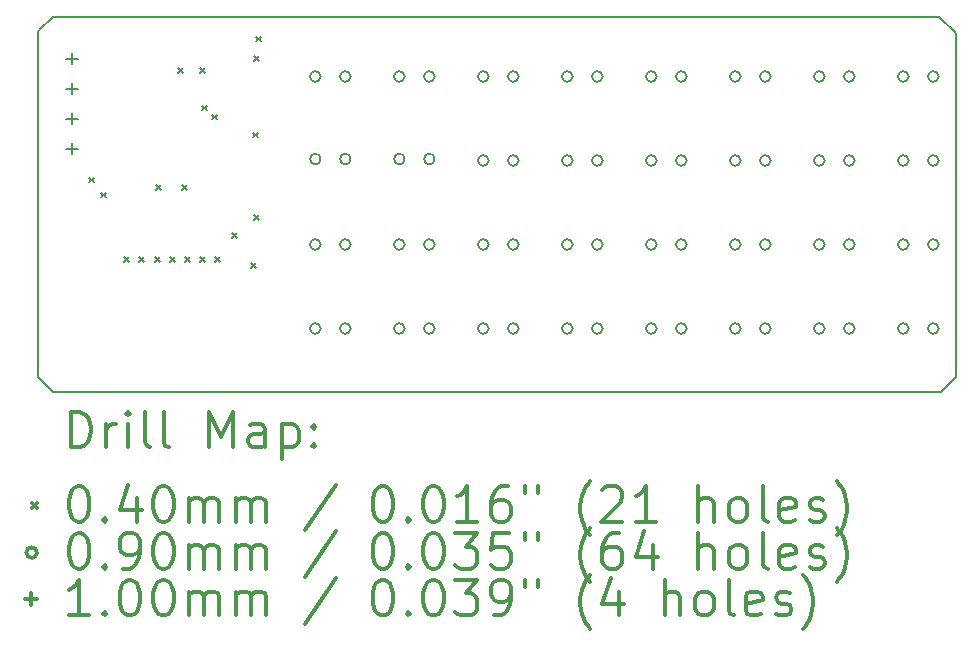
<source format=gbr>
%FSLAX45Y45*%
G04 Gerber Fmt 4.5, Leading zero omitted, Abs format (unit mm)*
G04 Created by KiCad (PCBNEW 5.0.2+dfsg1-1) date Sun 13 Jan 2019 01:36:37 GMT*
%MOMM*%
%LPD*%
G01*
G04 APERTURE LIST*
%ADD10C,0.150000*%
%ADD11C,0.200000*%
%ADD12C,0.300000*%
G04 APERTURE END LIST*
D10*
X11633200Y-8369300D02*
X11620500Y-8382000D01*
X11620500Y-11303000D02*
X11620500Y-8382000D01*
X11747500Y-11430000D02*
X11620500Y-11303000D01*
X19265900Y-11430000D02*
X11747500Y-11430000D01*
X19392900Y-11303000D02*
X19265900Y-11430000D01*
X19392900Y-8394700D02*
X19392900Y-11303000D01*
X19253200Y-8255000D02*
X19392900Y-8394700D01*
X11747500Y-8255000D02*
X19253200Y-8255000D01*
X11633200Y-8369300D02*
X11747500Y-8255000D01*
D11*
X12057700Y-9619300D02*
X12097700Y-9659300D01*
X12097700Y-9619300D02*
X12057700Y-9659300D01*
X12159300Y-9746300D02*
X12199300Y-9786300D01*
X12199300Y-9746300D02*
X12159300Y-9786300D01*
X12349800Y-10292400D02*
X12389800Y-10332400D01*
X12389800Y-10292400D02*
X12349800Y-10332400D01*
X12476800Y-10292400D02*
X12516800Y-10332400D01*
X12516800Y-10292400D02*
X12476800Y-10332400D01*
X12616500Y-10292400D02*
X12656500Y-10332400D01*
X12656500Y-10292400D02*
X12616500Y-10332400D01*
X12620200Y-9682800D02*
X12660200Y-9722800D01*
X12660200Y-9682800D02*
X12620200Y-9722800D01*
X12743500Y-10292400D02*
X12783500Y-10332400D01*
X12783500Y-10292400D02*
X12743500Y-10332400D01*
X12807000Y-8692200D02*
X12847000Y-8732200D01*
X12847000Y-8692200D02*
X12807000Y-8732200D01*
X12845241Y-9682800D02*
X12885241Y-9722800D01*
X12885241Y-9682800D02*
X12845241Y-9722800D01*
X12870500Y-10292400D02*
X12910500Y-10332400D01*
X12910500Y-10292400D02*
X12870500Y-10332400D01*
X12997500Y-8692200D02*
X13037500Y-8732200D01*
X13037500Y-8692200D02*
X12997500Y-8732200D01*
X12997500Y-10292400D02*
X13037500Y-10332400D01*
X13037500Y-10292400D02*
X12997500Y-10332400D01*
X13010200Y-9009700D02*
X13050200Y-9049700D01*
X13050200Y-9009700D02*
X13010200Y-9049700D01*
X13099100Y-9085900D02*
X13139100Y-9125900D01*
X13139100Y-9085900D02*
X13099100Y-9125900D01*
X13124500Y-10292400D02*
X13164500Y-10332400D01*
X13164500Y-10292400D02*
X13124500Y-10332400D01*
X13264200Y-10089200D02*
X13304200Y-10129200D01*
X13304200Y-10089200D02*
X13264200Y-10129200D01*
X13429300Y-10343200D02*
X13469300Y-10383200D01*
X13469300Y-10343200D02*
X13429300Y-10383200D01*
X13442000Y-9238300D02*
X13482000Y-9278300D01*
X13482000Y-9238300D02*
X13442000Y-9278300D01*
X13454700Y-8590600D02*
X13494700Y-8630600D01*
X13494700Y-8590600D02*
X13454700Y-8630600D01*
X13454700Y-9936800D02*
X13494700Y-9976800D01*
X13494700Y-9936800D02*
X13454700Y-9976800D01*
X13467400Y-8425500D02*
X13507400Y-8465500D01*
X13507400Y-8425500D02*
X13467400Y-8465500D01*
X17571000Y-9474200D02*
G75*
G03X17571000Y-9474200I-45000J0D01*
G01*
X17825000Y-9474200D02*
G75*
G03X17825000Y-9474200I-45000J0D01*
G01*
X15437400Y-10896600D02*
G75*
G03X15437400Y-10896600I-45000J0D01*
G01*
X15691400Y-10896600D02*
G75*
G03X15691400Y-10896600I-45000J0D01*
G01*
X18993400Y-10896600D02*
G75*
G03X18993400Y-10896600I-45000J0D01*
G01*
X19247400Y-10896600D02*
G75*
G03X19247400Y-10896600I-45000J0D01*
G01*
X16859800Y-8763000D02*
G75*
G03X16859800Y-8763000I-45000J0D01*
G01*
X17113800Y-8763000D02*
G75*
G03X17113800Y-8763000I-45000J0D01*
G01*
X18282200Y-8763000D02*
G75*
G03X18282200Y-8763000I-45000J0D01*
G01*
X18536200Y-8763000D02*
G75*
G03X18536200Y-8763000I-45000J0D01*
G01*
X16148600Y-9474200D02*
G75*
G03X16148600Y-9474200I-45000J0D01*
G01*
X16402600Y-9474200D02*
G75*
G03X16402600Y-9474200I-45000J0D01*
G01*
X18282200Y-10185400D02*
G75*
G03X18282200Y-10185400I-45000J0D01*
G01*
X18536200Y-10185400D02*
G75*
G03X18536200Y-10185400I-45000J0D01*
G01*
X16859800Y-10896600D02*
G75*
G03X16859800Y-10896600I-45000J0D01*
G01*
X17113800Y-10896600D02*
G75*
G03X17113800Y-10896600I-45000J0D01*
G01*
X14726200Y-10185400D02*
G75*
G03X14726200Y-10185400I-45000J0D01*
G01*
X14980200Y-10185400D02*
G75*
G03X14980200Y-10185400I-45000J0D01*
G01*
X18282200Y-10896600D02*
G75*
G03X18282200Y-10896600I-45000J0D01*
G01*
X18536200Y-10896600D02*
G75*
G03X18536200Y-10896600I-45000J0D01*
G01*
X14726200Y-9461500D02*
G75*
G03X14726200Y-9461500I-45000J0D01*
G01*
X14980200Y-9461500D02*
G75*
G03X14980200Y-9461500I-45000J0D01*
G01*
X18993400Y-9474200D02*
G75*
G03X18993400Y-9474200I-45000J0D01*
G01*
X19247400Y-9474200D02*
G75*
G03X19247400Y-9474200I-45000J0D01*
G01*
X17571000Y-10185400D02*
G75*
G03X17571000Y-10185400I-45000J0D01*
G01*
X17825000Y-10185400D02*
G75*
G03X17825000Y-10185400I-45000J0D01*
G01*
X18993400Y-8763000D02*
G75*
G03X18993400Y-8763000I-45000J0D01*
G01*
X19247400Y-8763000D02*
G75*
G03X19247400Y-8763000I-45000J0D01*
G01*
X18282200Y-9474200D02*
G75*
G03X18282200Y-9474200I-45000J0D01*
G01*
X18536200Y-9474200D02*
G75*
G03X18536200Y-9474200I-45000J0D01*
G01*
X16148600Y-10896600D02*
G75*
G03X16148600Y-10896600I-45000J0D01*
G01*
X16402600Y-10896600D02*
G75*
G03X16402600Y-10896600I-45000J0D01*
G01*
X15437400Y-10185400D02*
G75*
G03X15437400Y-10185400I-45000J0D01*
G01*
X15691400Y-10185400D02*
G75*
G03X15691400Y-10185400I-45000J0D01*
G01*
X16859800Y-10185400D02*
G75*
G03X16859800Y-10185400I-45000J0D01*
G01*
X17113800Y-10185400D02*
G75*
G03X17113800Y-10185400I-45000J0D01*
G01*
X14726200Y-10896600D02*
G75*
G03X14726200Y-10896600I-45000J0D01*
G01*
X14980200Y-10896600D02*
G75*
G03X14980200Y-10896600I-45000J0D01*
G01*
X15437400Y-8763000D02*
G75*
G03X15437400Y-8763000I-45000J0D01*
G01*
X15691400Y-8763000D02*
G75*
G03X15691400Y-8763000I-45000J0D01*
G01*
X16859800Y-9474200D02*
G75*
G03X16859800Y-9474200I-45000J0D01*
G01*
X17113800Y-9474200D02*
G75*
G03X17113800Y-9474200I-45000J0D01*
G01*
X14726200Y-8763000D02*
G75*
G03X14726200Y-8763000I-45000J0D01*
G01*
X14980200Y-8763000D02*
G75*
G03X14980200Y-8763000I-45000J0D01*
G01*
X14015000Y-10896600D02*
G75*
G03X14015000Y-10896600I-45000J0D01*
G01*
X14269000Y-10896600D02*
G75*
G03X14269000Y-10896600I-45000J0D01*
G01*
X17571000Y-10896600D02*
G75*
G03X17571000Y-10896600I-45000J0D01*
G01*
X17825000Y-10896600D02*
G75*
G03X17825000Y-10896600I-45000J0D01*
G01*
X18993400Y-10185400D02*
G75*
G03X18993400Y-10185400I-45000J0D01*
G01*
X19247400Y-10185400D02*
G75*
G03X19247400Y-10185400I-45000J0D01*
G01*
X14015000Y-8763000D02*
G75*
G03X14015000Y-8763000I-45000J0D01*
G01*
X14269000Y-8763000D02*
G75*
G03X14269000Y-8763000I-45000J0D01*
G01*
X15437400Y-9474200D02*
G75*
G03X15437400Y-9474200I-45000J0D01*
G01*
X15691400Y-9474200D02*
G75*
G03X15691400Y-9474200I-45000J0D01*
G01*
X16148600Y-8763000D02*
G75*
G03X16148600Y-8763000I-45000J0D01*
G01*
X16402600Y-8763000D02*
G75*
G03X16402600Y-8763000I-45000J0D01*
G01*
X16148600Y-10185400D02*
G75*
G03X16148600Y-10185400I-45000J0D01*
G01*
X16402600Y-10185400D02*
G75*
G03X16402600Y-10185400I-45000J0D01*
G01*
X14015000Y-10185400D02*
G75*
G03X14015000Y-10185400I-45000J0D01*
G01*
X14269000Y-10185400D02*
G75*
G03X14269000Y-10185400I-45000J0D01*
G01*
X17571000Y-8763000D02*
G75*
G03X17571000Y-8763000I-45000J0D01*
G01*
X17825000Y-8763000D02*
G75*
G03X17825000Y-8763000I-45000J0D01*
G01*
X14015000Y-9461500D02*
G75*
G03X14015000Y-9461500I-45000J0D01*
G01*
X14269000Y-9461500D02*
G75*
G03X14269000Y-9461500I-45000J0D01*
G01*
X11912600Y-8560600D02*
X11912600Y-8660600D01*
X11862600Y-8610600D02*
X11962600Y-8610600D01*
X11912600Y-8814600D02*
X11912600Y-8914600D01*
X11862600Y-8864600D02*
X11962600Y-8864600D01*
X11912600Y-9068600D02*
X11912600Y-9168600D01*
X11862600Y-9118600D02*
X11962600Y-9118600D01*
X11912600Y-9322600D02*
X11912600Y-9422600D01*
X11862600Y-9372600D02*
X11962600Y-9372600D01*
D12*
X11899428Y-11903214D02*
X11899428Y-11603214D01*
X11970857Y-11603214D01*
X12013714Y-11617500D01*
X12042286Y-11646071D01*
X12056571Y-11674643D01*
X12070857Y-11731786D01*
X12070857Y-11774643D01*
X12056571Y-11831786D01*
X12042286Y-11860357D01*
X12013714Y-11888929D01*
X11970857Y-11903214D01*
X11899428Y-11903214D01*
X12199428Y-11903214D02*
X12199428Y-11703214D01*
X12199428Y-11760357D02*
X12213714Y-11731786D01*
X12228000Y-11717500D01*
X12256571Y-11703214D01*
X12285143Y-11703214D01*
X12385143Y-11903214D02*
X12385143Y-11703214D01*
X12385143Y-11603214D02*
X12370857Y-11617500D01*
X12385143Y-11631786D01*
X12399428Y-11617500D01*
X12385143Y-11603214D01*
X12385143Y-11631786D01*
X12570857Y-11903214D02*
X12542286Y-11888929D01*
X12528000Y-11860357D01*
X12528000Y-11603214D01*
X12728000Y-11903214D02*
X12699428Y-11888929D01*
X12685143Y-11860357D01*
X12685143Y-11603214D01*
X13070857Y-11903214D02*
X13070857Y-11603214D01*
X13170857Y-11817500D01*
X13270857Y-11603214D01*
X13270857Y-11903214D01*
X13542286Y-11903214D02*
X13542286Y-11746071D01*
X13528000Y-11717500D01*
X13499428Y-11703214D01*
X13442286Y-11703214D01*
X13413714Y-11717500D01*
X13542286Y-11888929D02*
X13513714Y-11903214D01*
X13442286Y-11903214D01*
X13413714Y-11888929D01*
X13399428Y-11860357D01*
X13399428Y-11831786D01*
X13413714Y-11803214D01*
X13442286Y-11788929D01*
X13513714Y-11788929D01*
X13542286Y-11774643D01*
X13685143Y-11703214D02*
X13685143Y-12003214D01*
X13685143Y-11717500D02*
X13713714Y-11703214D01*
X13770857Y-11703214D01*
X13799428Y-11717500D01*
X13813714Y-11731786D01*
X13828000Y-11760357D01*
X13828000Y-11846071D01*
X13813714Y-11874643D01*
X13799428Y-11888929D01*
X13770857Y-11903214D01*
X13713714Y-11903214D01*
X13685143Y-11888929D01*
X13956571Y-11874643D02*
X13970857Y-11888929D01*
X13956571Y-11903214D01*
X13942286Y-11888929D01*
X13956571Y-11874643D01*
X13956571Y-11903214D01*
X13956571Y-11717500D02*
X13970857Y-11731786D01*
X13956571Y-11746071D01*
X13942286Y-11731786D01*
X13956571Y-11717500D01*
X13956571Y-11746071D01*
X11573000Y-12377500D02*
X11613000Y-12417500D01*
X11613000Y-12377500D02*
X11573000Y-12417500D01*
X11956571Y-12233214D02*
X11985143Y-12233214D01*
X12013714Y-12247500D01*
X12028000Y-12261786D01*
X12042286Y-12290357D01*
X12056571Y-12347500D01*
X12056571Y-12418929D01*
X12042286Y-12476071D01*
X12028000Y-12504643D01*
X12013714Y-12518929D01*
X11985143Y-12533214D01*
X11956571Y-12533214D01*
X11928000Y-12518929D01*
X11913714Y-12504643D01*
X11899428Y-12476071D01*
X11885143Y-12418929D01*
X11885143Y-12347500D01*
X11899428Y-12290357D01*
X11913714Y-12261786D01*
X11928000Y-12247500D01*
X11956571Y-12233214D01*
X12185143Y-12504643D02*
X12199428Y-12518929D01*
X12185143Y-12533214D01*
X12170857Y-12518929D01*
X12185143Y-12504643D01*
X12185143Y-12533214D01*
X12456571Y-12333214D02*
X12456571Y-12533214D01*
X12385143Y-12218929D02*
X12313714Y-12433214D01*
X12499428Y-12433214D01*
X12670857Y-12233214D02*
X12699428Y-12233214D01*
X12728000Y-12247500D01*
X12742286Y-12261786D01*
X12756571Y-12290357D01*
X12770857Y-12347500D01*
X12770857Y-12418929D01*
X12756571Y-12476071D01*
X12742286Y-12504643D01*
X12728000Y-12518929D01*
X12699428Y-12533214D01*
X12670857Y-12533214D01*
X12642286Y-12518929D01*
X12628000Y-12504643D01*
X12613714Y-12476071D01*
X12599428Y-12418929D01*
X12599428Y-12347500D01*
X12613714Y-12290357D01*
X12628000Y-12261786D01*
X12642286Y-12247500D01*
X12670857Y-12233214D01*
X12899428Y-12533214D02*
X12899428Y-12333214D01*
X12899428Y-12361786D02*
X12913714Y-12347500D01*
X12942286Y-12333214D01*
X12985143Y-12333214D01*
X13013714Y-12347500D01*
X13028000Y-12376071D01*
X13028000Y-12533214D01*
X13028000Y-12376071D02*
X13042286Y-12347500D01*
X13070857Y-12333214D01*
X13113714Y-12333214D01*
X13142286Y-12347500D01*
X13156571Y-12376071D01*
X13156571Y-12533214D01*
X13299428Y-12533214D02*
X13299428Y-12333214D01*
X13299428Y-12361786D02*
X13313714Y-12347500D01*
X13342286Y-12333214D01*
X13385143Y-12333214D01*
X13413714Y-12347500D01*
X13428000Y-12376071D01*
X13428000Y-12533214D01*
X13428000Y-12376071D02*
X13442286Y-12347500D01*
X13470857Y-12333214D01*
X13513714Y-12333214D01*
X13542286Y-12347500D01*
X13556571Y-12376071D01*
X13556571Y-12533214D01*
X14142286Y-12218929D02*
X13885143Y-12604643D01*
X14528000Y-12233214D02*
X14556571Y-12233214D01*
X14585143Y-12247500D01*
X14599428Y-12261786D01*
X14613714Y-12290357D01*
X14628000Y-12347500D01*
X14628000Y-12418929D01*
X14613714Y-12476071D01*
X14599428Y-12504643D01*
X14585143Y-12518929D01*
X14556571Y-12533214D01*
X14528000Y-12533214D01*
X14499428Y-12518929D01*
X14485143Y-12504643D01*
X14470857Y-12476071D01*
X14456571Y-12418929D01*
X14456571Y-12347500D01*
X14470857Y-12290357D01*
X14485143Y-12261786D01*
X14499428Y-12247500D01*
X14528000Y-12233214D01*
X14756571Y-12504643D02*
X14770857Y-12518929D01*
X14756571Y-12533214D01*
X14742286Y-12518929D01*
X14756571Y-12504643D01*
X14756571Y-12533214D01*
X14956571Y-12233214D02*
X14985143Y-12233214D01*
X15013714Y-12247500D01*
X15028000Y-12261786D01*
X15042286Y-12290357D01*
X15056571Y-12347500D01*
X15056571Y-12418929D01*
X15042286Y-12476071D01*
X15028000Y-12504643D01*
X15013714Y-12518929D01*
X14985143Y-12533214D01*
X14956571Y-12533214D01*
X14928000Y-12518929D01*
X14913714Y-12504643D01*
X14899428Y-12476071D01*
X14885143Y-12418929D01*
X14885143Y-12347500D01*
X14899428Y-12290357D01*
X14913714Y-12261786D01*
X14928000Y-12247500D01*
X14956571Y-12233214D01*
X15342286Y-12533214D02*
X15170857Y-12533214D01*
X15256571Y-12533214D02*
X15256571Y-12233214D01*
X15228000Y-12276071D01*
X15199428Y-12304643D01*
X15170857Y-12318929D01*
X15599428Y-12233214D02*
X15542286Y-12233214D01*
X15513714Y-12247500D01*
X15499428Y-12261786D01*
X15470857Y-12304643D01*
X15456571Y-12361786D01*
X15456571Y-12476071D01*
X15470857Y-12504643D01*
X15485143Y-12518929D01*
X15513714Y-12533214D01*
X15570857Y-12533214D01*
X15599428Y-12518929D01*
X15613714Y-12504643D01*
X15628000Y-12476071D01*
X15628000Y-12404643D01*
X15613714Y-12376071D01*
X15599428Y-12361786D01*
X15570857Y-12347500D01*
X15513714Y-12347500D01*
X15485143Y-12361786D01*
X15470857Y-12376071D01*
X15456571Y-12404643D01*
X15742286Y-12233214D02*
X15742286Y-12290357D01*
X15856571Y-12233214D02*
X15856571Y-12290357D01*
X16299428Y-12647500D02*
X16285143Y-12633214D01*
X16256571Y-12590357D01*
X16242286Y-12561786D01*
X16228000Y-12518929D01*
X16213714Y-12447500D01*
X16213714Y-12390357D01*
X16228000Y-12318929D01*
X16242286Y-12276071D01*
X16256571Y-12247500D01*
X16285143Y-12204643D01*
X16299428Y-12190357D01*
X16399428Y-12261786D02*
X16413714Y-12247500D01*
X16442286Y-12233214D01*
X16513714Y-12233214D01*
X16542286Y-12247500D01*
X16556571Y-12261786D01*
X16570857Y-12290357D01*
X16570857Y-12318929D01*
X16556571Y-12361786D01*
X16385143Y-12533214D01*
X16570857Y-12533214D01*
X16856571Y-12533214D02*
X16685143Y-12533214D01*
X16770857Y-12533214D02*
X16770857Y-12233214D01*
X16742286Y-12276071D01*
X16713714Y-12304643D01*
X16685143Y-12318929D01*
X17213714Y-12533214D02*
X17213714Y-12233214D01*
X17342286Y-12533214D02*
X17342286Y-12376071D01*
X17328000Y-12347500D01*
X17299428Y-12333214D01*
X17256571Y-12333214D01*
X17228000Y-12347500D01*
X17213714Y-12361786D01*
X17528000Y-12533214D02*
X17499428Y-12518929D01*
X17485143Y-12504643D01*
X17470857Y-12476071D01*
X17470857Y-12390357D01*
X17485143Y-12361786D01*
X17499428Y-12347500D01*
X17528000Y-12333214D01*
X17570857Y-12333214D01*
X17599428Y-12347500D01*
X17613714Y-12361786D01*
X17628000Y-12390357D01*
X17628000Y-12476071D01*
X17613714Y-12504643D01*
X17599428Y-12518929D01*
X17570857Y-12533214D01*
X17528000Y-12533214D01*
X17799428Y-12533214D02*
X17770857Y-12518929D01*
X17756571Y-12490357D01*
X17756571Y-12233214D01*
X18028000Y-12518929D02*
X17999428Y-12533214D01*
X17942286Y-12533214D01*
X17913714Y-12518929D01*
X17899428Y-12490357D01*
X17899428Y-12376071D01*
X17913714Y-12347500D01*
X17942286Y-12333214D01*
X17999428Y-12333214D01*
X18028000Y-12347500D01*
X18042286Y-12376071D01*
X18042286Y-12404643D01*
X17899428Y-12433214D01*
X18156571Y-12518929D02*
X18185143Y-12533214D01*
X18242286Y-12533214D01*
X18270857Y-12518929D01*
X18285143Y-12490357D01*
X18285143Y-12476071D01*
X18270857Y-12447500D01*
X18242286Y-12433214D01*
X18199428Y-12433214D01*
X18170857Y-12418929D01*
X18156571Y-12390357D01*
X18156571Y-12376071D01*
X18170857Y-12347500D01*
X18199428Y-12333214D01*
X18242286Y-12333214D01*
X18270857Y-12347500D01*
X18385143Y-12647500D02*
X18399428Y-12633214D01*
X18428000Y-12590357D01*
X18442286Y-12561786D01*
X18456571Y-12518929D01*
X18470857Y-12447500D01*
X18470857Y-12390357D01*
X18456571Y-12318929D01*
X18442286Y-12276071D01*
X18428000Y-12247500D01*
X18399428Y-12204643D01*
X18385143Y-12190357D01*
X11613000Y-12793500D02*
G75*
G03X11613000Y-12793500I-45000J0D01*
G01*
X11956571Y-12629214D02*
X11985143Y-12629214D01*
X12013714Y-12643500D01*
X12028000Y-12657786D01*
X12042286Y-12686357D01*
X12056571Y-12743500D01*
X12056571Y-12814929D01*
X12042286Y-12872071D01*
X12028000Y-12900643D01*
X12013714Y-12914929D01*
X11985143Y-12929214D01*
X11956571Y-12929214D01*
X11928000Y-12914929D01*
X11913714Y-12900643D01*
X11899428Y-12872071D01*
X11885143Y-12814929D01*
X11885143Y-12743500D01*
X11899428Y-12686357D01*
X11913714Y-12657786D01*
X11928000Y-12643500D01*
X11956571Y-12629214D01*
X12185143Y-12900643D02*
X12199428Y-12914929D01*
X12185143Y-12929214D01*
X12170857Y-12914929D01*
X12185143Y-12900643D01*
X12185143Y-12929214D01*
X12342286Y-12929214D02*
X12399428Y-12929214D01*
X12428000Y-12914929D01*
X12442286Y-12900643D01*
X12470857Y-12857786D01*
X12485143Y-12800643D01*
X12485143Y-12686357D01*
X12470857Y-12657786D01*
X12456571Y-12643500D01*
X12428000Y-12629214D01*
X12370857Y-12629214D01*
X12342286Y-12643500D01*
X12328000Y-12657786D01*
X12313714Y-12686357D01*
X12313714Y-12757786D01*
X12328000Y-12786357D01*
X12342286Y-12800643D01*
X12370857Y-12814929D01*
X12428000Y-12814929D01*
X12456571Y-12800643D01*
X12470857Y-12786357D01*
X12485143Y-12757786D01*
X12670857Y-12629214D02*
X12699428Y-12629214D01*
X12728000Y-12643500D01*
X12742286Y-12657786D01*
X12756571Y-12686357D01*
X12770857Y-12743500D01*
X12770857Y-12814929D01*
X12756571Y-12872071D01*
X12742286Y-12900643D01*
X12728000Y-12914929D01*
X12699428Y-12929214D01*
X12670857Y-12929214D01*
X12642286Y-12914929D01*
X12628000Y-12900643D01*
X12613714Y-12872071D01*
X12599428Y-12814929D01*
X12599428Y-12743500D01*
X12613714Y-12686357D01*
X12628000Y-12657786D01*
X12642286Y-12643500D01*
X12670857Y-12629214D01*
X12899428Y-12929214D02*
X12899428Y-12729214D01*
X12899428Y-12757786D02*
X12913714Y-12743500D01*
X12942286Y-12729214D01*
X12985143Y-12729214D01*
X13013714Y-12743500D01*
X13028000Y-12772071D01*
X13028000Y-12929214D01*
X13028000Y-12772071D02*
X13042286Y-12743500D01*
X13070857Y-12729214D01*
X13113714Y-12729214D01*
X13142286Y-12743500D01*
X13156571Y-12772071D01*
X13156571Y-12929214D01*
X13299428Y-12929214D02*
X13299428Y-12729214D01*
X13299428Y-12757786D02*
X13313714Y-12743500D01*
X13342286Y-12729214D01*
X13385143Y-12729214D01*
X13413714Y-12743500D01*
X13428000Y-12772071D01*
X13428000Y-12929214D01*
X13428000Y-12772071D02*
X13442286Y-12743500D01*
X13470857Y-12729214D01*
X13513714Y-12729214D01*
X13542286Y-12743500D01*
X13556571Y-12772071D01*
X13556571Y-12929214D01*
X14142286Y-12614929D02*
X13885143Y-13000643D01*
X14528000Y-12629214D02*
X14556571Y-12629214D01*
X14585143Y-12643500D01*
X14599428Y-12657786D01*
X14613714Y-12686357D01*
X14628000Y-12743500D01*
X14628000Y-12814929D01*
X14613714Y-12872071D01*
X14599428Y-12900643D01*
X14585143Y-12914929D01*
X14556571Y-12929214D01*
X14528000Y-12929214D01*
X14499428Y-12914929D01*
X14485143Y-12900643D01*
X14470857Y-12872071D01*
X14456571Y-12814929D01*
X14456571Y-12743500D01*
X14470857Y-12686357D01*
X14485143Y-12657786D01*
X14499428Y-12643500D01*
X14528000Y-12629214D01*
X14756571Y-12900643D02*
X14770857Y-12914929D01*
X14756571Y-12929214D01*
X14742286Y-12914929D01*
X14756571Y-12900643D01*
X14756571Y-12929214D01*
X14956571Y-12629214D02*
X14985143Y-12629214D01*
X15013714Y-12643500D01*
X15028000Y-12657786D01*
X15042286Y-12686357D01*
X15056571Y-12743500D01*
X15056571Y-12814929D01*
X15042286Y-12872071D01*
X15028000Y-12900643D01*
X15013714Y-12914929D01*
X14985143Y-12929214D01*
X14956571Y-12929214D01*
X14928000Y-12914929D01*
X14913714Y-12900643D01*
X14899428Y-12872071D01*
X14885143Y-12814929D01*
X14885143Y-12743500D01*
X14899428Y-12686357D01*
X14913714Y-12657786D01*
X14928000Y-12643500D01*
X14956571Y-12629214D01*
X15156571Y-12629214D02*
X15342286Y-12629214D01*
X15242286Y-12743500D01*
X15285143Y-12743500D01*
X15313714Y-12757786D01*
X15328000Y-12772071D01*
X15342286Y-12800643D01*
X15342286Y-12872071D01*
X15328000Y-12900643D01*
X15313714Y-12914929D01*
X15285143Y-12929214D01*
X15199428Y-12929214D01*
X15170857Y-12914929D01*
X15156571Y-12900643D01*
X15613714Y-12629214D02*
X15470857Y-12629214D01*
X15456571Y-12772071D01*
X15470857Y-12757786D01*
X15499428Y-12743500D01*
X15570857Y-12743500D01*
X15599428Y-12757786D01*
X15613714Y-12772071D01*
X15628000Y-12800643D01*
X15628000Y-12872071D01*
X15613714Y-12900643D01*
X15599428Y-12914929D01*
X15570857Y-12929214D01*
X15499428Y-12929214D01*
X15470857Y-12914929D01*
X15456571Y-12900643D01*
X15742286Y-12629214D02*
X15742286Y-12686357D01*
X15856571Y-12629214D02*
X15856571Y-12686357D01*
X16299428Y-13043500D02*
X16285143Y-13029214D01*
X16256571Y-12986357D01*
X16242286Y-12957786D01*
X16228000Y-12914929D01*
X16213714Y-12843500D01*
X16213714Y-12786357D01*
X16228000Y-12714929D01*
X16242286Y-12672071D01*
X16256571Y-12643500D01*
X16285143Y-12600643D01*
X16299428Y-12586357D01*
X16542286Y-12629214D02*
X16485143Y-12629214D01*
X16456571Y-12643500D01*
X16442286Y-12657786D01*
X16413714Y-12700643D01*
X16399428Y-12757786D01*
X16399428Y-12872071D01*
X16413714Y-12900643D01*
X16428000Y-12914929D01*
X16456571Y-12929214D01*
X16513714Y-12929214D01*
X16542286Y-12914929D01*
X16556571Y-12900643D01*
X16570857Y-12872071D01*
X16570857Y-12800643D01*
X16556571Y-12772071D01*
X16542286Y-12757786D01*
X16513714Y-12743500D01*
X16456571Y-12743500D01*
X16428000Y-12757786D01*
X16413714Y-12772071D01*
X16399428Y-12800643D01*
X16828000Y-12729214D02*
X16828000Y-12929214D01*
X16756571Y-12614929D02*
X16685143Y-12829214D01*
X16870857Y-12829214D01*
X17213714Y-12929214D02*
X17213714Y-12629214D01*
X17342286Y-12929214D02*
X17342286Y-12772071D01*
X17328000Y-12743500D01*
X17299428Y-12729214D01*
X17256571Y-12729214D01*
X17228000Y-12743500D01*
X17213714Y-12757786D01*
X17528000Y-12929214D02*
X17499428Y-12914929D01*
X17485143Y-12900643D01*
X17470857Y-12872071D01*
X17470857Y-12786357D01*
X17485143Y-12757786D01*
X17499428Y-12743500D01*
X17528000Y-12729214D01*
X17570857Y-12729214D01*
X17599428Y-12743500D01*
X17613714Y-12757786D01*
X17628000Y-12786357D01*
X17628000Y-12872071D01*
X17613714Y-12900643D01*
X17599428Y-12914929D01*
X17570857Y-12929214D01*
X17528000Y-12929214D01*
X17799428Y-12929214D02*
X17770857Y-12914929D01*
X17756571Y-12886357D01*
X17756571Y-12629214D01*
X18028000Y-12914929D02*
X17999428Y-12929214D01*
X17942286Y-12929214D01*
X17913714Y-12914929D01*
X17899428Y-12886357D01*
X17899428Y-12772071D01*
X17913714Y-12743500D01*
X17942286Y-12729214D01*
X17999428Y-12729214D01*
X18028000Y-12743500D01*
X18042286Y-12772071D01*
X18042286Y-12800643D01*
X17899428Y-12829214D01*
X18156571Y-12914929D02*
X18185143Y-12929214D01*
X18242286Y-12929214D01*
X18270857Y-12914929D01*
X18285143Y-12886357D01*
X18285143Y-12872071D01*
X18270857Y-12843500D01*
X18242286Y-12829214D01*
X18199428Y-12829214D01*
X18170857Y-12814929D01*
X18156571Y-12786357D01*
X18156571Y-12772071D01*
X18170857Y-12743500D01*
X18199428Y-12729214D01*
X18242286Y-12729214D01*
X18270857Y-12743500D01*
X18385143Y-13043500D02*
X18399428Y-13029214D01*
X18428000Y-12986357D01*
X18442286Y-12957786D01*
X18456571Y-12914929D01*
X18470857Y-12843500D01*
X18470857Y-12786357D01*
X18456571Y-12714929D01*
X18442286Y-12672071D01*
X18428000Y-12643500D01*
X18399428Y-12600643D01*
X18385143Y-12586357D01*
X11563000Y-13139500D02*
X11563000Y-13239500D01*
X11513000Y-13189500D02*
X11613000Y-13189500D01*
X12056571Y-13325214D02*
X11885143Y-13325214D01*
X11970857Y-13325214D02*
X11970857Y-13025214D01*
X11942286Y-13068071D01*
X11913714Y-13096643D01*
X11885143Y-13110929D01*
X12185143Y-13296643D02*
X12199428Y-13310929D01*
X12185143Y-13325214D01*
X12170857Y-13310929D01*
X12185143Y-13296643D01*
X12185143Y-13325214D01*
X12385143Y-13025214D02*
X12413714Y-13025214D01*
X12442286Y-13039500D01*
X12456571Y-13053786D01*
X12470857Y-13082357D01*
X12485143Y-13139500D01*
X12485143Y-13210929D01*
X12470857Y-13268071D01*
X12456571Y-13296643D01*
X12442286Y-13310929D01*
X12413714Y-13325214D01*
X12385143Y-13325214D01*
X12356571Y-13310929D01*
X12342286Y-13296643D01*
X12328000Y-13268071D01*
X12313714Y-13210929D01*
X12313714Y-13139500D01*
X12328000Y-13082357D01*
X12342286Y-13053786D01*
X12356571Y-13039500D01*
X12385143Y-13025214D01*
X12670857Y-13025214D02*
X12699428Y-13025214D01*
X12728000Y-13039500D01*
X12742286Y-13053786D01*
X12756571Y-13082357D01*
X12770857Y-13139500D01*
X12770857Y-13210929D01*
X12756571Y-13268071D01*
X12742286Y-13296643D01*
X12728000Y-13310929D01*
X12699428Y-13325214D01*
X12670857Y-13325214D01*
X12642286Y-13310929D01*
X12628000Y-13296643D01*
X12613714Y-13268071D01*
X12599428Y-13210929D01*
X12599428Y-13139500D01*
X12613714Y-13082357D01*
X12628000Y-13053786D01*
X12642286Y-13039500D01*
X12670857Y-13025214D01*
X12899428Y-13325214D02*
X12899428Y-13125214D01*
X12899428Y-13153786D02*
X12913714Y-13139500D01*
X12942286Y-13125214D01*
X12985143Y-13125214D01*
X13013714Y-13139500D01*
X13028000Y-13168071D01*
X13028000Y-13325214D01*
X13028000Y-13168071D02*
X13042286Y-13139500D01*
X13070857Y-13125214D01*
X13113714Y-13125214D01*
X13142286Y-13139500D01*
X13156571Y-13168071D01*
X13156571Y-13325214D01*
X13299428Y-13325214D02*
X13299428Y-13125214D01*
X13299428Y-13153786D02*
X13313714Y-13139500D01*
X13342286Y-13125214D01*
X13385143Y-13125214D01*
X13413714Y-13139500D01*
X13428000Y-13168071D01*
X13428000Y-13325214D01*
X13428000Y-13168071D02*
X13442286Y-13139500D01*
X13470857Y-13125214D01*
X13513714Y-13125214D01*
X13542286Y-13139500D01*
X13556571Y-13168071D01*
X13556571Y-13325214D01*
X14142286Y-13010929D02*
X13885143Y-13396643D01*
X14528000Y-13025214D02*
X14556571Y-13025214D01*
X14585143Y-13039500D01*
X14599428Y-13053786D01*
X14613714Y-13082357D01*
X14628000Y-13139500D01*
X14628000Y-13210929D01*
X14613714Y-13268071D01*
X14599428Y-13296643D01*
X14585143Y-13310929D01*
X14556571Y-13325214D01*
X14528000Y-13325214D01*
X14499428Y-13310929D01*
X14485143Y-13296643D01*
X14470857Y-13268071D01*
X14456571Y-13210929D01*
X14456571Y-13139500D01*
X14470857Y-13082357D01*
X14485143Y-13053786D01*
X14499428Y-13039500D01*
X14528000Y-13025214D01*
X14756571Y-13296643D02*
X14770857Y-13310929D01*
X14756571Y-13325214D01*
X14742286Y-13310929D01*
X14756571Y-13296643D01*
X14756571Y-13325214D01*
X14956571Y-13025214D02*
X14985143Y-13025214D01*
X15013714Y-13039500D01*
X15028000Y-13053786D01*
X15042286Y-13082357D01*
X15056571Y-13139500D01*
X15056571Y-13210929D01*
X15042286Y-13268071D01*
X15028000Y-13296643D01*
X15013714Y-13310929D01*
X14985143Y-13325214D01*
X14956571Y-13325214D01*
X14928000Y-13310929D01*
X14913714Y-13296643D01*
X14899428Y-13268071D01*
X14885143Y-13210929D01*
X14885143Y-13139500D01*
X14899428Y-13082357D01*
X14913714Y-13053786D01*
X14928000Y-13039500D01*
X14956571Y-13025214D01*
X15156571Y-13025214D02*
X15342286Y-13025214D01*
X15242286Y-13139500D01*
X15285143Y-13139500D01*
X15313714Y-13153786D01*
X15328000Y-13168071D01*
X15342286Y-13196643D01*
X15342286Y-13268071D01*
X15328000Y-13296643D01*
X15313714Y-13310929D01*
X15285143Y-13325214D01*
X15199428Y-13325214D01*
X15170857Y-13310929D01*
X15156571Y-13296643D01*
X15485143Y-13325214D02*
X15542286Y-13325214D01*
X15570857Y-13310929D01*
X15585143Y-13296643D01*
X15613714Y-13253786D01*
X15628000Y-13196643D01*
X15628000Y-13082357D01*
X15613714Y-13053786D01*
X15599428Y-13039500D01*
X15570857Y-13025214D01*
X15513714Y-13025214D01*
X15485143Y-13039500D01*
X15470857Y-13053786D01*
X15456571Y-13082357D01*
X15456571Y-13153786D01*
X15470857Y-13182357D01*
X15485143Y-13196643D01*
X15513714Y-13210929D01*
X15570857Y-13210929D01*
X15599428Y-13196643D01*
X15613714Y-13182357D01*
X15628000Y-13153786D01*
X15742286Y-13025214D02*
X15742286Y-13082357D01*
X15856571Y-13025214D02*
X15856571Y-13082357D01*
X16299428Y-13439500D02*
X16285143Y-13425214D01*
X16256571Y-13382357D01*
X16242286Y-13353786D01*
X16228000Y-13310929D01*
X16213714Y-13239500D01*
X16213714Y-13182357D01*
X16228000Y-13110929D01*
X16242286Y-13068071D01*
X16256571Y-13039500D01*
X16285143Y-12996643D01*
X16299428Y-12982357D01*
X16542286Y-13125214D02*
X16542286Y-13325214D01*
X16470857Y-13010929D02*
X16399428Y-13225214D01*
X16585143Y-13225214D01*
X16928000Y-13325214D02*
X16928000Y-13025214D01*
X17056571Y-13325214D02*
X17056571Y-13168071D01*
X17042286Y-13139500D01*
X17013714Y-13125214D01*
X16970857Y-13125214D01*
X16942286Y-13139500D01*
X16928000Y-13153786D01*
X17242286Y-13325214D02*
X17213714Y-13310929D01*
X17199428Y-13296643D01*
X17185143Y-13268071D01*
X17185143Y-13182357D01*
X17199428Y-13153786D01*
X17213714Y-13139500D01*
X17242286Y-13125214D01*
X17285143Y-13125214D01*
X17313714Y-13139500D01*
X17328000Y-13153786D01*
X17342286Y-13182357D01*
X17342286Y-13268071D01*
X17328000Y-13296643D01*
X17313714Y-13310929D01*
X17285143Y-13325214D01*
X17242286Y-13325214D01*
X17513714Y-13325214D02*
X17485143Y-13310929D01*
X17470857Y-13282357D01*
X17470857Y-13025214D01*
X17742286Y-13310929D02*
X17713714Y-13325214D01*
X17656571Y-13325214D01*
X17628000Y-13310929D01*
X17613714Y-13282357D01*
X17613714Y-13168071D01*
X17628000Y-13139500D01*
X17656571Y-13125214D01*
X17713714Y-13125214D01*
X17742286Y-13139500D01*
X17756571Y-13168071D01*
X17756571Y-13196643D01*
X17613714Y-13225214D01*
X17870857Y-13310929D02*
X17899428Y-13325214D01*
X17956571Y-13325214D01*
X17985143Y-13310929D01*
X17999428Y-13282357D01*
X17999428Y-13268071D01*
X17985143Y-13239500D01*
X17956571Y-13225214D01*
X17913714Y-13225214D01*
X17885143Y-13210929D01*
X17870857Y-13182357D01*
X17870857Y-13168071D01*
X17885143Y-13139500D01*
X17913714Y-13125214D01*
X17956571Y-13125214D01*
X17985143Y-13139500D01*
X18099428Y-13439500D02*
X18113714Y-13425214D01*
X18142286Y-13382357D01*
X18156571Y-13353786D01*
X18170857Y-13310929D01*
X18185143Y-13239500D01*
X18185143Y-13182357D01*
X18170857Y-13110929D01*
X18156571Y-13068071D01*
X18142286Y-13039500D01*
X18113714Y-12996643D01*
X18099428Y-12982357D01*
M02*

</source>
